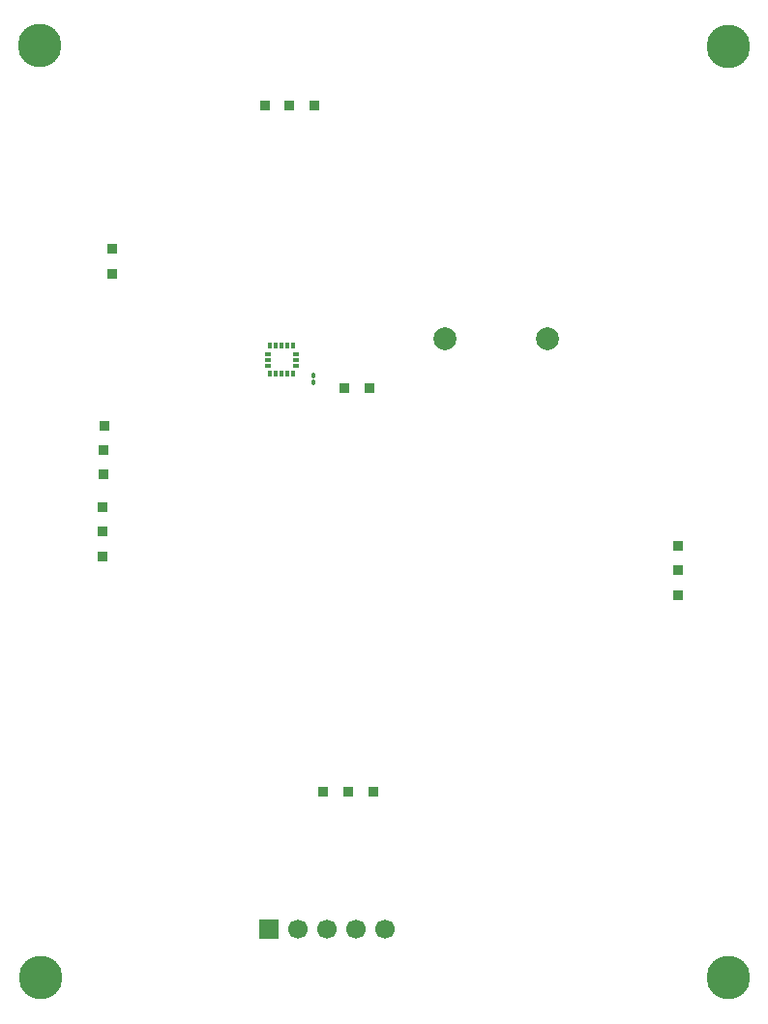
<source format=gbr>
%TF.GenerationSoftware,KiCad,Pcbnew,9.0.3*%
%TF.CreationDate,2026-01-19T22:35:58+02:00*%
%TF.ProjectId,GimbalBoard,47696d62-616c-4426-9f61-72642e6b6963,rev?*%
%TF.SameCoordinates,Original*%
%TF.FileFunction,Soldermask,Bot*%
%TF.FilePolarity,Negative*%
%FSLAX46Y46*%
G04 Gerber Fmt 4.6, Leading zero omitted, Abs format (unit mm)*
G04 Created by KiCad (PCBNEW 9.0.3) date 2026-01-19 22:35:58*
%MOMM*%
%LPD*%
G01*
G04 APERTURE LIST*
G04 Aperture macros list*
%AMRoundRect*
0 Rectangle with rounded corners*
0 $1 Rounding radius*
0 $2 $3 $4 $5 $6 $7 $8 $9 X,Y pos of 4 corners*
0 Add a 4 corners polygon primitive as box body*
4,1,4,$2,$3,$4,$5,$6,$7,$8,$9,$2,$3,0*
0 Add four circle primitives for the rounded corners*
1,1,$1+$1,$2,$3*
1,1,$1+$1,$4,$5*
1,1,$1+$1,$6,$7*
1,1,$1+$1,$8,$9*
0 Add four rect primitives between the rounded corners*
20,1,$1+$1,$2,$3,$4,$5,0*
20,1,$1+$1,$4,$5,$6,$7,0*
20,1,$1+$1,$6,$7,$8,$9,0*
20,1,$1+$1,$8,$9,$2,$3,0*%
G04 Aperture macros list end*
%ADD10C,3.800000*%
%ADD11R,0.850000X0.850000*%
%ADD12C,2.000000*%
%ADD13R,1.700000X1.700000*%
%ADD14C,1.700000*%
%ADD15RoundRect,0.087500X0.087500X-0.187500X0.087500X0.187500X-0.087500X0.187500X-0.087500X-0.187500X0*%
%ADD16RoundRect,0.087500X0.187500X-0.087500X0.187500X0.087500X-0.187500X0.087500X-0.187500X-0.087500X0*%
%ADD17RoundRect,0.100000X0.100000X-0.130000X0.100000X0.130000X-0.100000X0.130000X-0.100000X-0.130000X0*%
G04 APERTURE END LIST*
D10*
%TO.C,*%
X133225000Y-126650000D03*
%TD*%
D11*
%TO.C,14.8V*%
X139525000Y-65075000D03*
%TD*%
D12*
%TO.C,ToggleBtn1*%
X177650000Y-70800000D03*
X168650000Y-70800000D03*
%TD*%
D10*
%TO.C,REF\u002A\u002A*%
X193450000Y-45225000D03*
%TD*%
D11*
%TO.C,SWDIO*%
X162000000Y-75125000D03*
%TD*%
%TO.C,PB9_SDA*%
X138780082Y-80525409D03*
%TD*%
%TO.C,OUT23*%
X152875000Y-50375000D03*
%TD*%
%TO.C,VOUT*%
X138800000Y-78375000D03*
%TD*%
%TO.C,OUT22*%
X155025000Y-50350000D03*
%TD*%
%TO.C,OUT12*%
X189075000Y-91050000D03*
%TD*%
%TO.C,GND*%
X138700000Y-89825000D03*
%TD*%
%TO.C,OUT02*%
X160205000Y-110425000D03*
%TD*%
D10*
%TO.C,*%
X193475000Y-126700000D03*
%TD*%
%TO.C,REF\u002A\u002A*%
X133200000Y-45175000D03*
%TD*%
D11*
%TO.C,OUT11*%
X189050000Y-93225000D03*
%TD*%
D13*
%TO.C,JoyStick*%
X153200000Y-122450000D03*
D14*
X155740000Y-122450000D03*
X158280000Y-122450000D03*
X160820000Y-122450000D03*
X163360000Y-122450000D03*
%TD*%
D11*
%TO.C,SWCLK*%
X159875000Y-75125000D03*
%TD*%
%TO.C,GND*%
X139500000Y-62925000D03*
%TD*%
%TO.C,TX*%
X138705082Y-85550409D03*
%TD*%
%TO.C,OUT21*%
X157175000Y-50375000D03*
%TD*%
%TO.C,OUT03*%
X162405000Y-110450000D03*
%TD*%
%TO.C,OUT13*%
X189050000Y-88925000D03*
%TD*%
%TO.C,RX*%
X138700000Y-87675000D03*
%TD*%
%TO.C,PB8_SCL*%
X138775000Y-82650000D03*
%TD*%
%TO.C,OUT01*%
X158005000Y-110450000D03*
%TD*%
D15*
%TO.C,U4*%
X155351750Y-73850000D03*
X154851750Y-73850000D03*
X154351750Y-73850000D03*
X153851750Y-73850000D03*
X153351750Y-73850000D03*
D16*
X153126750Y-73125000D03*
X153126750Y-72625000D03*
X153126750Y-72125000D03*
D15*
X153351750Y-71400000D03*
X153851750Y-71400000D03*
X154351750Y-71400000D03*
X154851750Y-71400000D03*
X155351750Y-71400000D03*
D16*
X155576750Y-72125000D03*
X155576750Y-72625000D03*
X155576750Y-73125000D03*
%TD*%
D17*
%TO.C,R3*%
X157151750Y-74615000D03*
X157151750Y-73975000D03*
%TD*%
M02*

</source>
